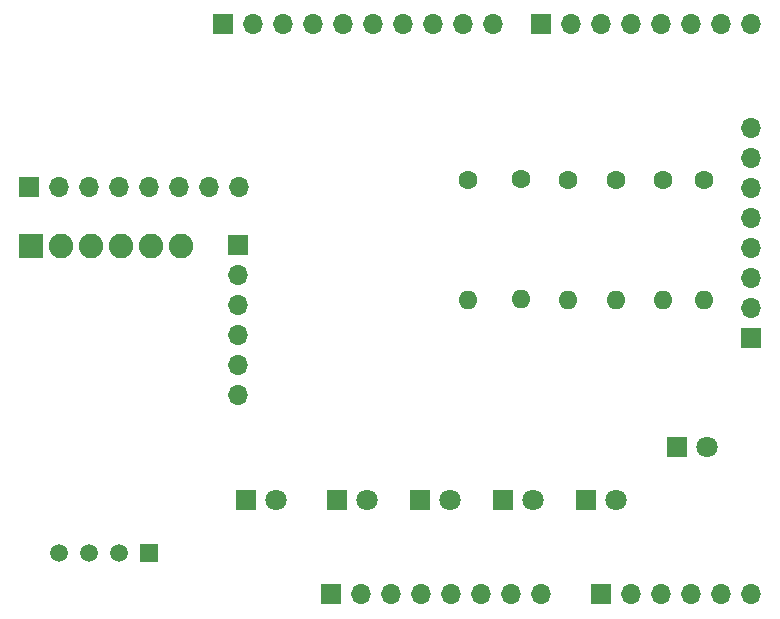
<source format=gbr>
%TF.GenerationSoftware,KiCad,Pcbnew,8.0.8*%
%TF.CreationDate,2025-03-13T23:14:19-06:00*%
%TF.ProjectId,final_project_payload,66696e61-6c5f-4707-926f-6a6563745f70,rev?*%
%TF.SameCoordinates,Original*%
%TF.FileFunction,Soldermask,Bot*%
%TF.FilePolarity,Negative*%
%FSLAX46Y46*%
G04 Gerber Fmt 4.6, Leading zero omitted, Abs format (unit mm)*
G04 Created by KiCad (PCBNEW 8.0.8) date 2025-03-13 23:14:19*
%MOMM*%
%LPD*%
G01*
G04 APERTURE LIST*
G04 Aperture macros list*
%AMRoundRect*
0 Rectangle with rounded corners*
0 $1 Rounding radius*
0 $2 $3 $4 $5 $6 $7 $8 $9 X,Y pos of 4 corners*
0 Add a 4 corners polygon primitive as box body*
4,1,4,$2,$3,$4,$5,$6,$7,$8,$9,$2,$3,0*
0 Add four circle primitives for the rounded corners*
1,1,$1+$1,$2,$3*
1,1,$1+$1,$4,$5*
1,1,$1+$1,$6,$7*
1,1,$1+$1,$8,$9*
0 Add four rect primitives between the rounded corners*
20,1,$1+$1,$2,$3,$4,$5,0*
20,1,$1+$1,$4,$5,$6,$7,0*
20,1,$1+$1,$6,$7,$8,$9,0*
20,1,$1+$1,$8,$9,$2,$3,0*%
G04 Aperture macros list end*
%ADD10R,1.700000X1.700000*%
%ADD11O,1.700000X1.700000*%
%ADD12C,1.500000*%
%ADD13R,1.500000X1.500000*%
%ADD14C,1.800000*%
%ADD15R,1.800000X1.800000*%
%ADD16O,1.600000X1.600000*%
%ADD17C,1.600000*%
%ADD18C,2.083600*%
%ADD19RoundRect,0.102000X0.939800X0.939800X-0.939800X0.939800X-0.939800X-0.939800X0.939800X-0.939800X0*%
G04 APERTURE END LIST*
D10*
%TO.C,J1*%
X127940000Y-97460000D03*
D11*
X130480000Y-97460000D03*
X133020000Y-97460000D03*
X135560000Y-97460000D03*
X138100000Y-97460000D03*
X140640000Y-97460000D03*
X143180000Y-97460000D03*
X145720000Y-97460000D03*
%TD*%
D10*
%TO.C,J3*%
X150800000Y-97460000D03*
D11*
X153340000Y-97460000D03*
X155880000Y-97460000D03*
X158420000Y-97460000D03*
X160960000Y-97460000D03*
X163500000Y-97460000D03*
%TD*%
D10*
%TO.C,J2*%
X118796000Y-49200000D03*
D11*
X121336000Y-49200000D03*
X123876000Y-49200000D03*
X126416000Y-49200000D03*
X128956000Y-49200000D03*
X131496000Y-49200000D03*
X134036000Y-49200000D03*
X136576000Y-49200000D03*
X139116000Y-49200000D03*
X141656000Y-49200000D03*
%TD*%
D10*
%TO.C,J4*%
X145720000Y-49200000D03*
D11*
X148260000Y-49200000D03*
X150800000Y-49200000D03*
X153340000Y-49200000D03*
X155880000Y-49200000D03*
X158420000Y-49200000D03*
X160960000Y-49200000D03*
X163500000Y-49200000D03*
%TD*%
D12*
%TO.C,U2*%
X104880000Y-94000000D03*
X107420000Y-94000000D03*
X109960000Y-94000000D03*
D13*
X112500000Y-94000000D03*
%TD*%
D14*
%TO.C,D6*%
X159765000Y-85000000D03*
D15*
X157225000Y-85000000D03*
%TD*%
D14*
%TO.C,D5*%
X152040000Y-89500000D03*
D15*
X149500000Y-89500000D03*
%TD*%
D14*
%TO.C,D3*%
X138000000Y-89500000D03*
D15*
X135460000Y-89500000D03*
%TD*%
D11*
%TO.C,J6*%
X163500000Y-58000000D03*
X163500000Y-60540000D03*
X163500000Y-63080000D03*
X163500000Y-65620000D03*
X163500000Y-68160000D03*
X163500000Y-70700000D03*
X163500000Y-73240000D03*
D10*
X163500000Y-75780000D03*
%TD*%
D11*
%TO.C,J5*%
X120120000Y-63000000D03*
X117580000Y-63000000D03*
X115040000Y-63000000D03*
X112500000Y-63000000D03*
X109960000Y-63000000D03*
X107420000Y-63000000D03*
X104880000Y-63000000D03*
D10*
X102340000Y-63000000D03*
%TD*%
D16*
%TO.C,R3*%
X148000000Y-72580000D03*
D17*
X148000000Y-62420000D03*
%TD*%
D14*
%TO.C,D4*%
X145000000Y-89500000D03*
D15*
X142460000Y-89500000D03*
%TD*%
D10*
%TO.C,J7*%
X120000000Y-67880000D03*
D11*
X120000000Y-70420000D03*
X120000000Y-72960000D03*
X120000000Y-75500000D03*
X120000000Y-78040000D03*
X120000000Y-80580000D03*
%TD*%
D18*
%TO.C,U3*%
X115200000Y-68000000D03*
X112660000Y-68000000D03*
X110120000Y-68000000D03*
X107580000Y-68000000D03*
X105040000Y-68000000D03*
D19*
X102500000Y-68000000D03*
%TD*%
D14*
%TO.C,D1*%
X123265000Y-89500000D03*
D15*
X120725000Y-89500000D03*
%TD*%
D16*
%TO.C,R6*%
X159500000Y-72580000D03*
D17*
X159500000Y-62420000D03*
%TD*%
D16*
%TO.C,R2*%
X144000000Y-72500000D03*
D17*
X144000000Y-62340000D03*
%TD*%
D14*
%TO.C,D2*%
X131000000Y-89500000D03*
D15*
X128460000Y-89500000D03*
%TD*%
D16*
%TO.C,R4*%
X152000000Y-72580000D03*
D17*
X152000000Y-62420000D03*
%TD*%
D16*
%TO.C,R1*%
X139500000Y-72580000D03*
D17*
X139500000Y-62420000D03*
%TD*%
D16*
%TO.C,R5*%
X156000000Y-72580000D03*
D17*
X156000000Y-62420000D03*
%TD*%
M02*

</source>
